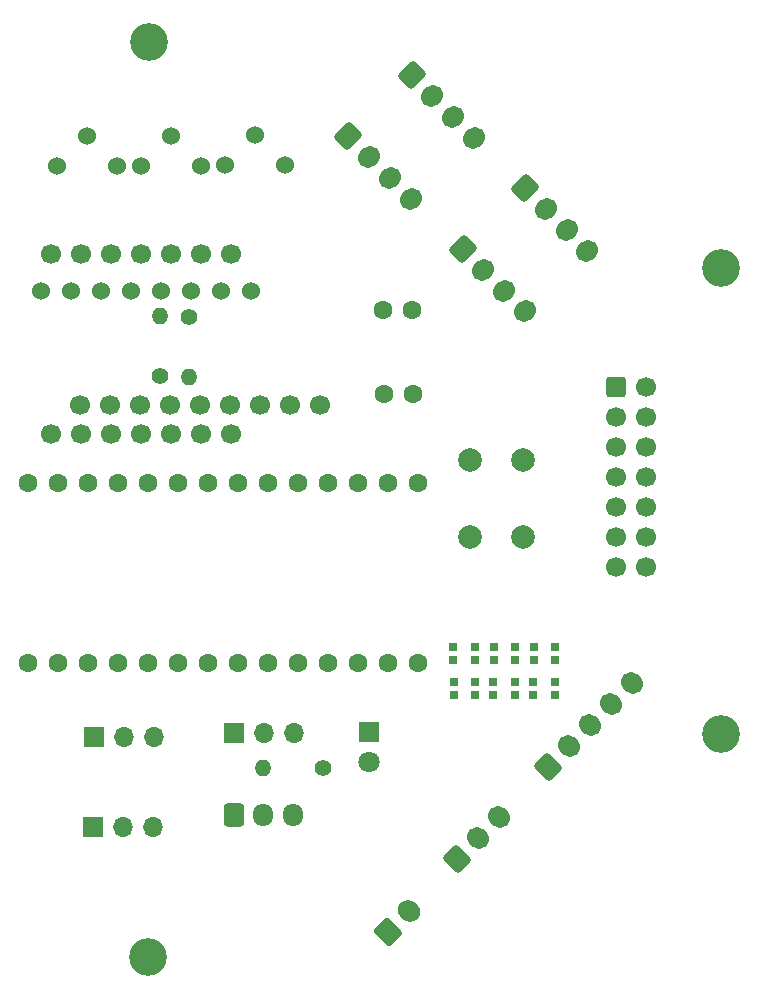
<source format=gbr>
%TF.GenerationSoftware,KiCad,Pcbnew,7.0.9*%
%TF.CreationDate,2024-12-16T14:33:08+09:00*%
%TF.ProjectId,Main maicon,4d61696e-206d-4616-9963-6f6e2e6b6963,rev?*%
%TF.SameCoordinates,Original*%
%TF.FileFunction,Soldermask,Top*%
%TF.FilePolarity,Negative*%
%FSLAX46Y46*%
G04 Gerber Fmt 4.6, Leading zero omitted, Abs format (unit mm)*
G04 Created by KiCad (PCBNEW 7.0.9) date 2024-12-16 14:33:08*
%MOMM*%
%LPD*%
G01*
G04 APERTURE LIST*
G04 Aperture macros list*
%AMRoundRect*
0 Rectangle with rounded corners*
0 $1 Rounding radius*
0 $2 $3 $4 $5 $6 $7 $8 $9 X,Y pos of 4 corners*
0 Add a 4 corners polygon primitive as box body*
4,1,4,$2,$3,$4,$5,$6,$7,$8,$9,$2,$3,0*
0 Add four circle primitives for the rounded corners*
1,1,$1+$1,$2,$3*
1,1,$1+$1,$4,$5*
1,1,$1+$1,$6,$7*
1,1,$1+$1,$8,$9*
0 Add four rect primitives between the rounded corners*
20,1,$1+$1,$2,$3,$4,$5,0*
20,1,$1+$1,$4,$5,$6,$7,0*
20,1,$1+$1,$6,$7,$8,$9,0*
20,1,$1+$1,$8,$9,$2,$3,0*%
%AMHorizOval*
0 Thick line with rounded ends*
0 $1 width*
0 $2 $3 position (X,Y) of the first rounded end (center of the circle)*
0 $4 $5 position (X,Y) of the second rounded end (center of the circle)*
0 Add line between two ends*
20,1,$1,$2,$3,$4,$5,0*
0 Add two circle primitives to create the rounded ends*
1,1,$1,$2,$3*
1,1,$1,$4,$5*%
G04 Aperture macros list end*
%ADD10RoundRect,0.250000X-0.600000X-0.725000X0.600000X-0.725000X0.600000X0.725000X-0.600000X0.725000X0*%
%ADD11O,1.700000X1.950000*%
%ADD12RoundRect,0.250000X0.088388X-0.936916X0.936916X-0.088388X-0.088388X0.936916X-0.936916X0.088388X0*%
%ADD13HorizOval,1.700000X-0.088388X0.088388X0.088388X-0.088388X0*%
%ADD14RoundRect,0.250000X-0.936916X-0.088388X-0.088388X-0.936916X0.936916X0.088388X0.088388X0.936916X0*%
%ADD15HorizOval,1.700000X-0.088388X-0.088388X0.088388X0.088388X0*%
%ADD16R,1.700000X1.700000*%
%ADD17O,1.700000X1.700000*%
%ADD18C,1.400000*%
%ADD19O,1.400000X1.400000*%
%ADD20C,1.700000*%
%ADD21R,0.700000X0.700000*%
%ADD22R,1.800000X1.800000*%
%ADD23C,1.800000*%
%ADD24RoundRect,0.250000X0.106066X-0.954594X0.954594X-0.106066X-0.106066X0.954594X-0.954594X0.106066X0*%
%ADD25HorizOval,1.700000X-0.106066X0.106066X0.106066X-0.106066X0*%
%ADD26C,1.524000*%
%ADD27C,3.200000*%
%ADD28C,1.600000*%
%ADD29RoundRect,0.250000X-0.600000X-0.600000X0.600000X-0.600000X0.600000X0.600000X-0.600000X0.600000X0*%
%ADD30C,2.000000*%
G04 APERTURE END LIST*
D10*
%TO.C,J5*%
X84790000Y-113495000D03*
D11*
X87290000Y-113495000D03*
X89790000Y-113495000D03*
%TD*%
D12*
%TO.C,J7*%
X103694466Y-117255534D03*
D13*
X105462233Y-115487767D03*
X107230000Y-113720000D03*
%TD*%
D14*
%TO.C,J2*%
X99834466Y-50864466D03*
D15*
X101602233Y-52632233D03*
X103370000Y-54400000D03*
X105137767Y-56167767D03*
%TD*%
D16*
%TO.C,SW2*%
X72960000Y-106940000D03*
D17*
X75500000Y-106940000D03*
X78040000Y-106940000D03*
%TD*%
D18*
%TO.C,R2*%
X78530000Y-76320000D03*
D19*
X78530000Y-71240000D03*
%TD*%
D20*
%TO.C,L3GD20H1*%
X71780000Y-78770000D03*
X74320000Y-78770000D03*
X76860000Y-78770000D03*
X79400000Y-78770000D03*
X81940000Y-78770000D03*
X84480000Y-78770000D03*
X87020000Y-78770000D03*
X89560000Y-78770000D03*
X92100000Y-78770000D03*
%TD*%
D21*
%TO.C,D6*%
X106770000Y-102250000D03*
X106770000Y-103350000D03*
X108600000Y-103350000D03*
X108600000Y-102250000D03*
%TD*%
D22*
%TO.C,D1*%
X96270000Y-106515000D03*
D23*
X96270000Y-109055000D03*
%TD*%
D14*
%TO.C,J9*%
X104152233Y-65572233D03*
D15*
X105920000Y-67340000D03*
X107687767Y-69107767D03*
X109455534Y-70875534D03*
%TD*%
D24*
%TO.C,J1*%
X97872233Y-123407767D03*
D25*
X99640000Y-121640000D03*
%TD*%
D18*
%TO.C,R3*%
X81030000Y-71330000D03*
D19*
X81030000Y-76410000D03*
%TD*%
D26*
%TO.C,BNO1*%
X86280000Y-69150000D03*
X83740000Y-69150000D03*
X81200000Y-69150000D03*
X78660000Y-69150000D03*
X76120000Y-69150000D03*
X73580000Y-69150000D03*
X71040000Y-69150000D03*
X68500000Y-69150000D03*
%TD*%
D27*
%TO.C,REF\u002A\u002A*%
X126050000Y-67160000D03*
%TD*%
D26*
%TO.C,Back*%
X84040000Y-58520000D03*
X86580000Y-55980000D03*
X89120000Y-58520000D03*
%TD*%
D28*
%TO.C,C1*%
X97500000Y-77840000D03*
X100000000Y-77840000D03*
%TD*%
D12*
%TO.C,J6*%
X111418932Y-109451068D03*
D13*
X113186699Y-107683301D03*
X114954466Y-105915534D03*
X116722233Y-104147767D03*
X118490000Y-102380000D03*
%TD*%
D18*
%TO.C,R1*%
X92330000Y-109515000D03*
D19*
X87250000Y-109515000D03*
%TD*%
D14*
%TO.C,J3*%
X94470000Y-56020000D03*
D15*
X96237767Y-57787767D03*
X98005534Y-59555534D03*
X99773301Y-61323301D03*
%TD*%
D16*
%TO.C,SW3*%
X72880000Y-114520000D03*
D17*
X75420000Y-114520000D03*
X77960000Y-114520000D03*
%TD*%
D20*
%TO.C,U2*%
X69310000Y-81220000D03*
X71850000Y-81220000D03*
X74390000Y-81220000D03*
X76930000Y-81220000D03*
X79470000Y-81220000D03*
X82010000Y-81220000D03*
X84550000Y-81220000D03*
X84550000Y-65980000D03*
X82010000Y-65980000D03*
X79470000Y-65980000D03*
X76930000Y-65980000D03*
X74390000Y-65980000D03*
X71850000Y-65980000D03*
X69310000Y-65980000D03*
%TD*%
D26*
%TO.C,RV1*%
X76910000Y-58560000D03*
X79450000Y-56020000D03*
X81990000Y-58560000D03*
%TD*%
D27*
%TO.C,REF\u002A\u002A*%
X77550000Y-125560000D03*
%TD*%
D21*
%TO.C,D4*%
X110165000Y-99300000D03*
X110165000Y-100400000D03*
X111995000Y-100400000D03*
X111995000Y-99300000D03*
%TD*%
D27*
%TO.C,REF\u002A\u002A*%
X126020000Y-106620000D03*
%TD*%
D28*
%TO.C,U1*%
X67320000Y-100630000D03*
X69860000Y-100630000D03*
X72400000Y-100630000D03*
X74940000Y-100630000D03*
X77480000Y-100630000D03*
X80020000Y-100630000D03*
X82560000Y-100630000D03*
X85100000Y-100630000D03*
X87640000Y-100630000D03*
X90180000Y-100630000D03*
X92720000Y-100630000D03*
X95260000Y-100630000D03*
X97800000Y-100630000D03*
X100340000Y-100630000D03*
X100340000Y-85390000D03*
X97800000Y-85390000D03*
X95260000Y-85390000D03*
X92720000Y-85390000D03*
X90180000Y-85390000D03*
X87640000Y-85390000D03*
X85100000Y-85390000D03*
X82560000Y-85390000D03*
X80020000Y-85390000D03*
X77480000Y-85390000D03*
X74940000Y-85390000D03*
X72400000Y-85390000D03*
X69860000Y-85390000D03*
X67320000Y-85390000D03*
%TD*%
D21*
%TO.C,D2*%
X103385000Y-99300000D03*
X103385000Y-100400000D03*
X105215000Y-100400000D03*
X105215000Y-99300000D03*
%TD*%
D16*
%TO.C,SW1*%
X84800000Y-106595000D03*
D17*
X87340000Y-106595000D03*
X89880000Y-106595000D03*
%TD*%
D21*
%TO.C,D3*%
X106785000Y-99300000D03*
X106785000Y-100400000D03*
X108615000Y-100400000D03*
X108615000Y-99300000D03*
%TD*%
%TO.C,D7*%
X110140000Y-102250000D03*
X110140000Y-103350000D03*
X111970000Y-103350000D03*
X111970000Y-102250000D03*
%TD*%
D29*
%TO.C,J8*%
X117147500Y-77260000D03*
D20*
X119687500Y-77260000D03*
X117147500Y-79800000D03*
X119687500Y-79800000D03*
X117147500Y-82340000D03*
X119687500Y-82340000D03*
X117147500Y-84880000D03*
X119687500Y-84880000D03*
X117147500Y-87420000D03*
X119687500Y-87420000D03*
X117147500Y-89960000D03*
X119687500Y-89960000D03*
X117147500Y-92500000D03*
X119687500Y-92500000D03*
%TD*%
D30*
%TO.C,SW4*%
X109260000Y-83480000D03*
X109260000Y-89980000D03*
X104760000Y-83480000D03*
X104760000Y-89980000D03*
%TD*%
D14*
%TO.C,J4*%
X109424466Y-60444466D03*
D15*
X111192233Y-62212233D03*
X112960000Y-63980000D03*
X114727767Y-65747767D03*
%TD*%
D27*
%TO.C,REF\u002A\u002A*%
X77600000Y-48080000D03*
%TD*%
D26*
%TO.C,RV2*%
X69790000Y-58570000D03*
X72330000Y-56030000D03*
X74870000Y-58570000D03*
%TD*%
D21*
%TO.C,D5*%
X103420000Y-102250000D03*
X103420000Y-103350000D03*
X105250000Y-103350000D03*
X105250000Y-102250000D03*
%TD*%
D28*
%TO.C,C2*%
X97380000Y-70790000D03*
X99880000Y-70790000D03*
%TD*%
M02*

</source>
